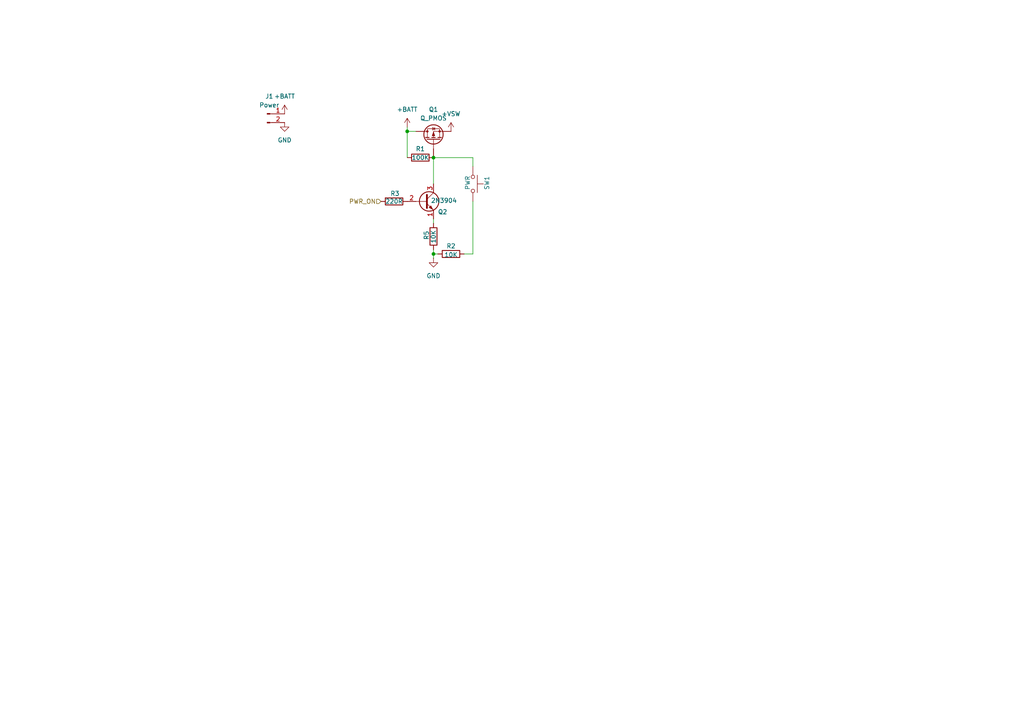
<source format=kicad_sch>
(kicad_sch (version 20250114) (generator "eeschema") (generator_version "9.0")
  (paper "A4")
  (lib_symbols
    (symbol "Connector:Conn_01x02_Pin" (pin_names (offset 1.016) (hide yes))
      (property "Reference" "J" (at 0 2.54 0))
      (property "Value" "Conn_01x02_Pin" (at 0 -5.08 0))
      (symbol "Conn_01x02_Pin_1_1"
        (rectangle (start 0.8636 0.127) (end 0 -0.127) (stroke (width 0.1524)) (fill (type outline)))
        (rectangle (start 0.8636 -2.413) (end 0 -2.667) (stroke (width 0.1524)) (fill (type outline)))
        (polyline (pts (xy 1.27 0) (xy 0.8636 0)) (stroke (width 0.1524)))
        (polyline (pts (xy 1.27 -2.54) (xy 0.8636 -2.54)) (stroke (width 0.1524)))
        (pin passive line (at 5.08 0 180) (length 3.81) (name "Pin_1") (number "1"))
        (pin passive line (at 5.08 -2.54 180) (length 3.81) (name "Pin_2") (number "2"))
      )
    )
    (symbol "Device:Q_PMOS" (pin_numbers (hide yes)) (pin_names (offset 0) (hide yes))
      (property "Reference" "Q" (at 5.08 1.27 0))
      (property "Value" "Q_PMOS" (at 5.08 -1.27 0))
      (symbol "Q_PMOS_0_1"
        (polyline (pts (xy 0.254 1.905) (xy 0.254 -1.905)) (stroke (width 0.254)))
        (polyline (pts (xy 0.254 0) (xy -2.54 0)))
        (polyline (pts (xy 0.762 2.286) (xy 0.762 1.27)) (stroke (width 0.254)))
        (polyline (pts (xy 0.762 1.778) (xy 3.302 1.778) (xy 3.302 -1.778) (xy 0.762 -1.778)))
        (polyline (pts (xy 0.762 0.508) (xy 0.762 -0.508)) (stroke (width 0.254)))
        (polyline (pts (xy 0.762 -1.27) (xy 0.762 -2.286)) (stroke (width 0.254)))
        (circle (center 1.651 0) (radius 2.794) (stroke (width 0.254)))
        (polyline (pts (xy 2.286 0) (xy 1.27 0.381) (xy 1.27 -0.381) (xy 2.286 0)) (fill (type outline)))
        (polyline (pts (xy 2.54 2.54) (xy 2.54 1.778)))
        (circle (center 2.54 1.778) (radius 0.254) (fill (type outline)))
        (circle (center 2.54 -1.778) (radius 0.254) (fill (type outline)))
        (polyline (pts (xy 2.54 -2.54) (xy 2.54 0) (xy 0.762 0)))
        (polyline (pts (xy 2.921 -0.381) (xy 3.683 -0.381)))
        (polyline (pts (xy 3.302 -0.381) (xy 2.921 0.254) (xy 3.683 0.254) (xy 3.302 -0.381)))
      )
      (symbol "Q_PMOS_1_1"
        (pin input line (at -5.08 0 0) (length 2.54) (name "G") (number "G"))
        (pin passive line (at 2.54 5.08 270) (length 2.54) (name "D") (number "D"))
        (pin passive line (at 2.54 -5.08 90) (length 2.54) (name "S") (number "S"))
      )
    )
    (symbol "Device:R" (pin_numbers (hide yes)) (pin_names (offset 0))
      (property "Reference" "R" (at 2.032 0 90))
      (property "Value" "R" (at 0 0 90))
      (symbol "R_0_1"
        (rectangle (start -1.016 -2.54) (end 1.016 2.54) (stroke (width 0.254)))
      )
      (symbol "R_1_1"
        (pin passive line (at 0 3.81 270) (length 1.27) (name "~") (number "1"))
        (pin passive line (at 0 -3.81 90) (length 1.27) (name "~") (number "2"))
      )
    )
    (symbol "Switch:SW_Push" (pin_numbers (hide yes)) (pin_names (offset 1.016) (hide yes))
      (property "Reference" "SW" (at 1.27 2.54 0))
      (property "Value" "SW_Push" (at 0 -1.524 0))
      (symbol "SW_Push_0_1"
        (circle (center -2.032 0) (radius 0.508))
        (polyline (pts (xy 0 1.27) (xy 0 3.048)))
        (circle (center 2.032 0) (radius 0.508))
        (polyline (pts (xy 2.54 1.27) (xy -2.54 1.27)))
        (pin passive line (at -5.08 0 0) (length 2.54) (name "1") (number "1"))
        (pin passive line (at 5.08 0 180) (length 2.54) (name "2") (number "2"))
      )
    )
    (symbol "Transistor_BJT:2N3904" (pin_names (offset 0) (hide yes))
      (property "Reference" "Q" (at 5.08 1.905 0))
      (property "Value" "2N3904" (at 5.08 0 0))
      (symbol "2N3904_0_1"
        (polyline (pts (xy -2.54 0) (xy 0.635 0)))
        (polyline (pts (xy 0.635 1.905) (xy 0.635 -1.905)) (stroke (width 0.508)))
        (circle (center 1.27 0) (radius 2.8194) (stroke (width 0.254)))
      )
      (symbol "2N3904_1_1"
        (polyline (pts (xy 0.635 0.635) (xy 2.54 2.54)))
        (polyline (pts (xy 0.635 -0.635) (xy 2.54 -2.54)))
        (polyline (pts (xy 1.27 -1.778) (xy 1.778 -1.27) (xy 2.286 -2.286) (xy 1.27 -1.778)) (fill (type outline)))
        (pin input line (at -5.08 0 0) (length 2.54) (name "B") (number "2"))
        (pin passive line (at 2.54 5.08 270) (length 2.54) (name "C") (number "3"))
        (pin passive line (at 2.54 -5.08 90) (length 2.54) (name "E") (number "1"))
      )
    )
    (symbol "power:+BATT" (power) (pin_numbers (hide yes)) (pin_names (offset 0) (hide yes))
      (property "Value" "+BATT" (at 0 3.556 0))
      (symbol "+BATT_0_1"
        (polyline (pts (xy -0.762 1.27) (xy 0 2.54)))
        (polyline (pts (xy 0 2.54) (xy 0.762 1.27)))
        (polyline (pts (xy 0 0) (xy 0 2.54)))
      )
      (symbol "+BATT_1_1"
        (pin power_in line (at 0 0 90) (length 0) (name "~") (number "1"))
      )
    )
    (symbol "power:+VSW" (power) (pin_numbers (hide yes)) (pin_names (offset 0) (hide yes))
      (property "Value" "+VSW" (at 0 3.556 0))
      (symbol "+VSW_0_1"
        (polyline (pts (xy -0.762 1.27) (xy 0 2.54)))
        (polyline (pts (xy 0 2.54) (xy 0.762 1.27)))
        (polyline (pts (xy 0 0) (xy 0 2.54)))
      )
      (symbol "+VSW_1_1"
        (pin power_in line (at 0 0 90) (length 0) (name "~") (number "1"))
      )
    )
    (symbol "power:GND" (power) (pin_numbers (hide yes)) (pin_names (offset 0) (hide yes))
      (property "Value" "GND" (at 0 -3.81 0))
      (symbol "GND_0_1"
        (polyline (pts (xy 0 0) (xy 0 -1.27) (xy 1.27 -1.27) (xy 0 -2.54) (xy -1.27 -1.27) (xy 0 -1.27)))
      )
      (symbol "GND_1_1"
        (pin power_in line (at 0 0 270) (length 0) (name "~") (number "1"))
      )
    )
  )
  (junction (at 118.11 38.1))
  (junction (at 125.73 45.72))
  (junction (at 125.73 73.66))
  (wire (pts (xy 118.11 36.83) (xy 118.11 38.1)))
  (wire (pts (xy 137.16 73.66) (xy 134.62 73.66)))
  (wire (pts (xy 118.11 38.1) (xy 120.65 38.1)))
  (wire (pts (xy 127 73.66) (xy 125.73 73.66)))
  (wire (pts (xy 118.11 38.1) (xy 118.11 45.72)))
  (wire (pts (xy 125.73 45.72) (xy 137.16 45.72)))
  (wire (pts (xy 125.73 45.72) (xy 125.73 53.34)))
  (wire (pts (xy 137.16 58.42) (xy 137.16 73.66)))
  (wire (pts (xy 125.73 72.39) (xy 125.73 73.66)))
  (wire (pts (xy 125.73 63.5) (xy 125.73 64.77)))
  (wire (pts (xy 137.16 45.72) (xy 137.16 48.26)))
  (wire (pts (xy 125.73 73.66) (xy 125.73 74.93)))
  (hierarchical_label "PWR_ON" (shape input) (at 110.49 58.42 180))
  (symbol (lib_id "power:GND") (at 125.73 74.93 0) (unit 1)
    (property "Reference" "#PWR03" (effects (hide yes)))
    (property "Value" "GND" (at 125.73 80.01 0))
    (property "Description" "Power symbol creates a global label with name \"GND\" , ground" (effects (hide yes)))
  )
  (symbol (lib_id "Switch:SW_Push") (at 137.16 53.34 270) (unit 1)
    (property "Reference" "SW1" (at 141.224 55.118 0) (effects (justify right)))
    (property "Value" "PWR" (at 135.636 55.118 0) (effects (justify right)))
    (property "Description" "Push button switch, generic, two pins" (effects (hide yes)))
  )
  (symbol (lib_id "Device:R") (at 121.92 45.72 90) (unit 1)
    (property "Reference" "R1" (at 121.92 43.18 90))
    (property "Value" "100K" (at 121.92 45.72 90))
    (property "Footprint" "100K" (effects (hide yes)))
    (property "Description" "Resistor" (effects (hide yes)))
  )
  (symbol (lib_id "Transistor_BJT:2N3904") (at 123.19 58.42 0) (unit 1)
    (property "Reference" "Q2" (at 127 61.468 0) (effects (justify left)))
    (property "Value" "2N3904" (at 124.968 58.166 0) (effects (justify left)))
    (property "Footprint" "Package_TO_SOT_THT:TO-92_Inline" (effects (hide yes)))
    (property "Datasheet" "https://www.onsemi.com/pub/Collateral/2N3903-D.PDF" (effects (hide yes)))
    (property "Description" "0.2A Ic, 40V Vce, Small Signal NPN Transistor, TO-92" (effects (hide yes)))
  )
  (symbol (lib_id "power:+VSW") (at 130.81 38.1 0) (unit 1)
    (property "Reference" "#PWR05" (effects (hide yes)))
    (property "Value" "+VSW" (at 130.81 33.02 0))
    (property "Description" "Power symbol creates a global label with name \"+VSW\"" (effects (hide yes)))
  )
  (symbol (lib_id "Device:R") (at 114.3 58.42 90) (unit 1)
    (property "Reference" "R3" (at 114.554 56.134 90))
    (property "Value" "220R" (at 114.3 58.42 90))
    (property "Description" "Resistor" (effects (hide yes)))
  )
  (symbol (lib_id "power:+BATT") (at 82.55 33.02 0) (unit 1)
    (property "Reference" "#PWR01" (effects (hide yes)))
    (property "Value" "+BATT" (at 82.55 27.94 0))
    (property "Description" "Power symbol creates a global label with name \"+BATT\"" (effects (hide yes)))
  )
  (symbol (lib_id "Device:Q_PMOS") (at 125.73 40.64 90) (unit 1)
    (property "Reference" "Q1" (at 125.73 31.75 90))
    (property "Value" "Q_PMOS" (at 125.73 34.29 90))
    (property "Description" "P-MOSFET transistor" (effects (hide yes)))
  )
  (symbol (lib_id "Connector:Conn_01x02_Pin") (at 77.47 33.02 0) (unit 1)
    (property "Reference" "J1" (at 78.105 27.94 0))
    (property "Value" "Power" (at 78.105 30.48 0))
    (property "Description" "Generic connector, single row, 01x02, script generated" (effects (hide yes)))
  )
  (symbol (lib_id "Device:R") (at 125.73 68.58 0) (unit 1)
    (property "Reference" "R5" (at 123.698 69.596 90) (effects (justify left)))
    (property "Value" "10K" (at 125.73 70.612 90) (effects (justify left)))
    (property "Description" "Resistor" (effects (hide yes)))
  )
  (symbol (lib_id "power:+BATT") (at 118.11 36.83 0) (unit 1)
    (property "Reference" "#PWR04" (effects (hide yes)))
    (property "Value" "+BATT" (at 118.11 31.75 0))
    (property "Description" "Power symbol creates a global label with name \"+BATT\"" (effects (hide yes)))
  )
  (symbol (lib_id "power:GND") (at 82.55 35.56 0) (unit 1)
    (property "Reference" "#PWR02" (effects (hide yes)))
    (property "Value" "GND" (at 82.55 40.64 0))
    (property "Description" "Power symbol creates a global label with name \"GND\" , ground" (effects (hide yes)))
  )
  (symbol (lib_id "Device:R") (at 130.81 73.66 90) (unit 1)
    (property "Reference" "R2" (at 130.81 71.374 90))
    (property "Value" "10K" (at 130.81 73.914 90))
    (property "Description" "Resistor" (effects (hide yes)))
  )
)
</source>
